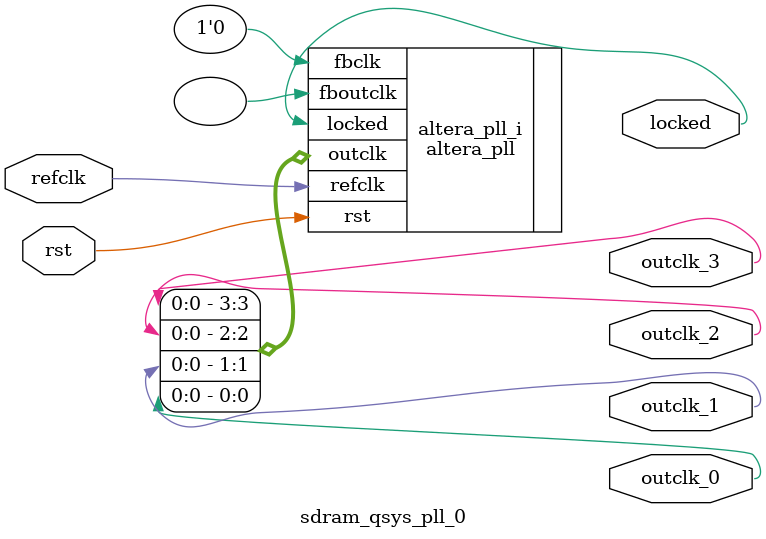
<source format=v>
`timescale 1ns/10ps
module  sdram_qsys_pll_0(

	// interface 'refclk'
	input wire refclk,

	// interface 'reset'
	input wire rst,

	// interface 'outclk0'
	output wire outclk_0,

	// interface 'outclk1'
	output wire outclk_1,

	// interface 'outclk2'
	output wire outclk_2,

	// interface 'outclk3'
	output wire outclk_3,

	// interface 'locked'
	output wire locked
);

	altera_pll #(
		.fractional_vco_multiplier("false"),
		.reference_clock_frequency("50.0 MHz"),
		.operation_mode("direct"),
		.number_of_clocks(4),
		.output_clock_frequency0("49.500000 MHz"),
		.phase_shift0("0 ps"),
		.duty_cycle0(50),
		.output_clock_frequency1("141.428571 MHz"),
		.phase_shift1("0 ps"),
		.duty_cycle1(50),
		.output_clock_frequency2("141.428571 MHz"),
		.phase_shift2("6059 ps"),
		.duty_cycle2(50),
		.output_clock_frequency3("141.428571 MHz"),
		.phase_shift3("0 ps"),
		.duty_cycle3(50),
		.output_clock_frequency4("0 MHz"),
		.phase_shift4("0 ps"),
		.duty_cycle4(50),
		.output_clock_frequency5("0 MHz"),
		.phase_shift5("0 ps"),
		.duty_cycle5(50),
		.output_clock_frequency6("0 MHz"),
		.phase_shift6("0 ps"),
		.duty_cycle6(50),
		.output_clock_frequency7("0 MHz"),
		.phase_shift7("0 ps"),
		.duty_cycle7(50),
		.output_clock_frequency8("0 MHz"),
		.phase_shift8("0 ps"),
		.duty_cycle8(50),
		.output_clock_frequency9("0 MHz"),
		.phase_shift9("0 ps"),
		.duty_cycle9(50),
		.output_clock_frequency10("0 MHz"),
		.phase_shift10("0 ps"),
		.duty_cycle10(50),
		.output_clock_frequency11("0 MHz"),
		.phase_shift11("0 ps"),
		.duty_cycle11(50),
		.output_clock_frequency12("0 MHz"),
		.phase_shift12("0 ps"),
		.duty_cycle12(50),
		.output_clock_frequency13("0 MHz"),
		.phase_shift13("0 ps"),
		.duty_cycle13(50),
		.output_clock_frequency14("0 MHz"),
		.phase_shift14("0 ps"),
		.duty_cycle14(50),
		.output_clock_frequency15("0 MHz"),
		.phase_shift15("0 ps"),
		.duty_cycle15(50),
		.output_clock_frequency16("0 MHz"),
		.phase_shift16("0 ps"),
		.duty_cycle16(50),
		.output_clock_frequency17("0 MHz"),
		.phase_shift17("0 ps"),
		.duty_cycle17(50),
		.pll_type("General"),
		.pll_subtype("General")
	) altera_pll_i (
		.rst	(rst),
		.outclk	({outclk_3, outclk_2, outclk_1, outclk_0}),
		.locked	(locked),
		.fboutclk	( ),
		.fbclk	(1'b0),
		.refclk	(refclk)
	);
endmodule


</source>
